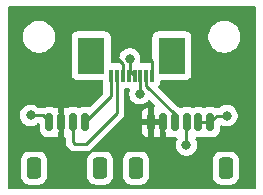
<source format=gbr>
%TF.GenerationSoftware,KiCad,Pcbnew,9.0.4*%
%TF.CreationDate,2025-11-17T08:26:59+00:00*%
%TF.ProjectId,MRF-Pro-v7-breakout-33,4d52462d-5072-46f2-9d76-372d62726561,rev?*%
%TF.SameCoordinates,Original*%
%TF.FileFunction,Copper,L1,Top*%
%TF.FilePolarity,Positive*%
%FSLAX46Y46*%
G04 Gerber Fmt 4.6, Leading zero omitted, Abs format (unit mm)*
G04 Created by KiCad (PCBNEW 9.0.4) date 2025-11-17 08:26:59*
%MOMM*%
%LPD*%
G01*
G04 APERTURE LIST*
G04 Aperture macros list*
%AMRoundRect*
0 Rectangle with rounded corners*
0 $1 Rounding radius*
0 $2 $3 $4 $5 $6 $7 $8 $9 X,Y pos of 4 corners*
0 Add a 4 corners polygon primitive as box body*
4,1,4,$2,$3,$4,$5,$6,$7,$8,$9,$2,$3,0*
0 Add four circle primitives for the rounded corners*
1,1,$1+$1,$2,$3*
1,1,$1+$1,$4,$5*
1,1,$1+$1,$6,$7*
1,1,$1+$1,$8,$9*
0 Add four rect primitives between the rounded corners*
20,1,$1+$1,$2,$3,$4,$5,0*
20,1,$1+$1,$4,$5,$6,$7,0*
20,1,$1+$1,$6,$7,$8,$9,0*
20,1,$1+$1,$8,$9,$2,$3,0*%
G04 Aperture macros list end*
%TA.AperFunction,SMDPad,CuDef*%
%ADD10R,0.300000X1.100000*%
%TD*%
%TA.AperFunction,SMDPad,CuDef*%
%ADD11R,2.300000X3.100000*%
%TD*%
%TA.AperFunction,SMDPad,CuDef*%
%ADD12RoundRect,0.150000X-0.150000X-0.625000X0.150000X-0.625000X0.150000X0.625000X-0.150000X0.625000X0*%
%TD*%
%TA.AperFunction,SMDPad,CuDef*%
%ADD13RoundRect,0.250000X-0.350000X-0.650000X0.350000X-0.650000X0.350000X0.650000X-0.350000X0.650000X0*%
%TD*%
%TA.AperFunction,ViaPad*%
%ADD14C,0.800000*%
%TD*%
%TA.AperFunction,Conductor*%
%ADD15C,0.250000*%
%TD*%
G04 APERTURE END LIST*
D10*
%TO.P,J5,1,Pin_1*%
%TO.N,/3.3V*%
X129553800Y-128776200D03*
%TO.P,J5,2,Pin_2*%
%TO.N,Net-(J5-Pin_2)*%
X129053800Y-128776200D03*
%TO.P,J5,3,Pin_3*%
%TO.N,Net-(J5-Pin_3)*%
X128553800Y-128776200D03*
%TO.P,J5,4,Pin_4*%
%TO.N,/GND*%
X128053800Y-128776200D03*
%TO.P,J5,5,Pin_5*%
X127553800Y-128776200D03*
%TO.P,J5,6,Pin_6*%
%TO.N,/3.3V*%
X127053800Y-128776200D03*
%TO.P,J5,7,Pin_7*%
%TO.N,Net-(J5-Pin_7)*%
X126553800Y-128776200D03*
%TO.P,J5,8,Pin_8*%
%TO.N,Net-(J5-Pin_8)*%
X126053800Y-128776200D03*
D11*
%TO.P,J5,MP*%
%TO.N,N/C*%
X131223800Y-127076200D03*
X124383800Y-127076200D03*
%TD*%
D12*
%TO.P,J6,1,Pin_1*%
%TO.N,/GND*%
X120853200Y-132715000D03*
%TO.P,J6,2,Pin_2*%
%TO.N,/3.3V*%
X121853200Y-132715000D03*
%TO.P,J6,3,Pin_3*%
%TO.N,Net-(J5-Pin_7)*%
X122853200Y-132715000D03*
%TO.P,J6,4,Pin_4*%
%TO.N,Net-(J5-Pin_8)*%
X123853200Y-132715000D03*
D13*
%TO.P,J6,MP*%
%TO.N,N/C*%
X119553200Y-136590000D03*
X125153200Y-136590000D03*
%TD*%
D12*
%TO.P,J7,1,Pin_1*%
%TO.N,/3.3V*%
X129470400Y-132715000D03*
%TO.P,J7,2,Pin_2*%
X130470400Y-132715000D03*
%TO.P,J7,3,Pin_3*%
%TO.N,Net-(J5-Pin_2)*%
X131470400Y-132715000D03*
%TO.P,J7,4,Pin_4*%
%TO.N,Net-(J5-Pin_3)*%
X132470400Y-132715000D03*
%TO.P,J7,5,Pin_5*%
%TO.N,/GND*%
X133470400Y-132715000D03*
%TO.P,J7,6,Pin_6*%
X134470400Y-132715000D03*
D13*
%TO.P,J7,MP*%
%TO.N,N/C*%
X128170400Y-136590000D03*
X135770400Y-136590000D03*
%TD*%
D14*
%TO.N,/GND*%
X135890000Y-132156200D03*
X119253000Y-132130800D03*
X127650000Y-127350000D03*
%TO.N,Net-(J5-Pin_3)*%
X128500000Y-130300000D03*
X132450000Y-134650000D03*
%TD*%
D15*
%TO.N,/GND*%
X133470400Y-133161751D02*
X133470400Y-132750000D01*
X133470400Y-132750000D02*
X133470400Y-132715000D01*
X120269000Y-132130800D02*
X120853200Y-132715000D01*
X133470400Y-132715000D02*
X134470400Y-132715000D01*
X135029200Y-132156200D02*
X134470400Y-132715000D01*
X135890000Y-132156200D02*
X135029200Y-132156200D01*
X127650000Y-128372400D02*
X128053800Y-128776200D01*
X119253000Y-132130800D02*
X120269000Y-132130800D01*
X127650000Y-127350000D02*
X127650000Y-128372400D01*
%TO.N,Net-(J5-Pin_2)*%
X131470400Y-132042800D02*
X131470400Y-132715000D01*
X129053800Y-128776200D02*
X129053800Y-129626200D01*
X129053800Y-129626200D02*
X131470400Y-132042800D01*
%TO.N,/3.3V*%
X129553800Y-128776200D02*
X129553800Y-127528800D01*
X127053800Y-128776200D02*
X127053800Y-127780520D01*
X127053800Y-127780520D02*
X126500000Y-127226720D01*
X129362200Y-132606800D02*
X129470400Y-132715000D01*
X126500000Y-127226720D02*
X126500000Y-127050000D01*
X129553800Y-127528800D02*
X129300000Y-127275000D01*
X121793000Y-132775200D02*
X121853200Y-132715000D01*
%TO.N,Net-(J5-Pin_3)*%
X132450000Y-132735400D02*
X132470400Y-132715000D01*
X132470400Y-133161751D02*
X132470400Y-132715000D01*
X132450000Y-134650000D02*
X132450000Y-132735400D01*
X128553800Y-130246200D02*
X128553800Y-128776200D01*
X128500000Y-130300000D02*
X128553800Y-130246200D01*
%TO.N,Net-(J5-Pin_7)*%
X123977400Y-134518400D02*
X122986800Y-134518400D01*
X126553800Y-128776200D02*
X126553800Y-131942000D01*
X122885200Y-132747000D02*
X122853200Y-132715000D01*
X122885200Y-134416800D02*
X122885200Y-132747000D01*
X122986800Y-134518400D02*
X122885200Y-134416800D01*
X126553800Y-131942000D02*
X123977400Y-134518400D01*
%TO.N,Net-(J5-Pin_8)*%
X126053800Y-130514400D02*
X123853200Y-132715000D01*
X126053800Y-128776200D02*
X126053800Y-130514400D01*
%TD*%
%TA.AperFunction,Conductor*%
%TO.N,/3.3V*%
G36*
X138270939Y-122905385D02*
G01*
X138316694Y-122958189D01*
X138327900Y-123009700D01*
X138327900Y-138229300D01*
X138308215Y-138296339D01*
X138255411Y-138342094D01*
X138203900Y-138353300D01*
X117447100Y-138353300D01*
X117380061Y-138333615D01*
X117334306Y-138280811D01*
X117323100Y-138229300D01*
X117323100Y-135889983D01*
X118452700Y-135889983D01*
X118452700Y-137290001D01*
X118452701Y-137290018D01*
X118463200Y-137392796D01*
X118463201Y-137392799D01*
X118518385Y-137559331D01*
X118518386Y-137559334D01*
X118610488Y-137708656D01*
X118734544Y-137832712D01*
X118883866Y-137924814D01*
X119050403Y-137979999D01*
X119153191Y-137990500D01*
X119953208Y-137990499D01*
X119953216Y-137990498D01*
X119953219Y-137990498D01*
X120009502Y-137984748D01*
X120055997Y-137979999D01*
X120222534Y-137924814D01*
X120371856Y-137832712D01*
X120495912Y-137708656D01*
X120588014Y-137559334D01*
X120643199Y-137392797D01*
X120653700Y-137290009D01*
X120653699Y-135889992D01*
X120653698Y-135889983D01*
X124052700Y-135889983D01*
X124052700Y-137290001D01*
X124052701Y-137290018D01*
X124063200Y-137392796D01*
X124063201Y-137392799D01*
X124118385Y-137559331D01*
X124118386Y-137559334D01*
X124210488Y-137708656D01*
X124334544Y-137832712D01*
X124483866Y-137924814D01*
X124650403Y-137979999D01*
X124753191Y-137990500D01*
X125553208Y-137990499D01*
X125553216Y-137990498D01*
X125553219Y-137990498D01*
X125609502Y-137984748D01*
X125655997Y-137979999D01*
X125822534Y-137924814D01*
X125971856Y-137832712D01*
X126095912Y-137708656D01*
X126188014Y-137559334D01*
X126243199Y-137392797D01*
X126253700Y-137290009D01*
X126253699Y-135889992D01*
X126253698Y-135889983D01*
X127069900Y-135889983D01*
X127069900Y-137290001D01*
X127069901Y-137290018D01*
X127080400Y-137392796D01*
X127080401Y-137392799D01*
X127135585Y-137559331D01*
X127135586Y-137559334D01*
X127227688Y-137708656D01*
X127351744Y-137832712D01*
X127501066Y-137924814D01*
X127667603Y-137979999D01*
X127770391Y-137990500D01*
X128570408Y-137990499D01*
X128570416Y-137990498D01*
X128570419Y-137990498D01*
X128626702Y-137984748D01*
X128673197Y-137979999D01*
X128839734Y-137924814D01*
X128989056Y-137832712D01*
X129113112Y-137708656D01*
X129205214Y-137559334D01*
X129260399Y-137392797D01*
X129270900Y-137290009D01*
X129270899Y-135889992D01*
X129270898Y-135889983D01*
X134669900Y-135889983D01*
X134669900Y-137290001D01*
X134669901Y-137290018D01*
X134680400Y-137392796D01*
X134680401Y-137392799D01*
X134735585Y-137559331D01*
X134735586Y-137559334D01*
X134827688Y-137708656D01*
X134951744Y-137832712D01*
X135101066Y-137924814D01*
X135267603Y-137979999D01*
X135370391Y-137990500D01*
X136170408Y-137990499D01*
X136170416Y-137990498D01*
X136170419Y-137990498D01*
X136226702Y-137984748D01*
X136273197Y-137979999D01*
X136439734Y-137924814D01*
X136589056Y-137832712D01*
X136713112Y-137708656D01*
X136805214Y-137559334D01*
X136860399Y-137392797D01*
X136870900Y-137290009D01*
X136870899Y-135889992D01*
X136860399Y-135787203D01*
X136805214Y-135620666D01*
X136713112Y-135471344D01*
X136589056Y-135347288D01*
X136439734Y-135255186D01*
X136273197Y-135200001D01*
X136273195Y-135200000D01*
X136170410Y-135189500D01*
X135370398Y-135189500D01*
X135370380Y-135189501D01*
X135267603Y-135200000D01*
X135267600Y-135200001D01*
X135101068Y-135255185D01*
X135101063Y-135255187D01*
X134951742Y-135347289D01*
X134827689Y-135471342D01*
X134735587Y-135620663D01*
X134735586Y-135620666D01*
X134680401Y-135787203D01*
X134680401Y-135787204D01*
X134680400Y-135787204D01*
X134669900Y-135889983D01*
X129270898Y-135889983D01*
X129260399Y-135787203D01*
X129205214Y-135620666D01*
X129113112Y-135471344D01*
X128989056Y-135347288D01*
X128839734Y-135255186D01*
X128673197Y-135200001D01*
X128673195Y-135200000D01*
X128570410Y-135189500D01*
X127770398Y-135189500D01*
X127770380Y-135189501D01*
X127667603Y-135200000D01*
X127667600Y-135200001D01*
X127501068Y-135255185D01*
X127501063Y-135255187D01*
X127351742Y-135347289D01*
X127227689Y-135471342D01*
X127135587Y-135620663D01*
X127135586Y-135620666D01*
X127080401Y-135787203D01*
X127080401Y-135787204D01*
X127080400Y-135787204D01*
X127069900Y-135889983D01*
X126253698Y-135889983D01*
X126243199Y-135787203D01*
X126188014Y-135620666D01*
X126095912Y-135471344D01*
X125971856Y-135347288D01*
X125822534Y-135255186D01*
X125655997Y-135200001D01*
X125655995Y-135200000D01*
X125553210Y-135189500D01*
X124753198Y-135189500D01*
X124753180Y-135189501D01*
X124650403Y-135200000D01*
X124650400Y-135200001D01*
X124483868Y-135255185D01*
X124483863Y-135255187D01*
X124334542Y-135347289D01*
X124210489Y-135471342D01*
X124118387Y-135620663D01*
X124118386Y-135620666D01*
X124063201Y-135787203D01*
X124063201Y-135787204D01*
X124063200Y-135787204D01*
X124052700Y-135889983D01*
X120653698Y-135889983D01*
X120643199Y-135787203D01*
X120588014Y-135620666D01*
X120495912Y-135471344D01*
X120371856Y-135347288D01*
X120222534Y-135255186D01*
X120055997Y-135200001D01*
X120055995Y-135200000D01*
X119953210Y-135189500D01*
X119153198Y-135189500D01*
X119153180Y-135189501D01*
X119050403Y-135200000D01*
X119050400Y-135200001D01*
X118883868Y-135255185D01*
X118883863Y-135255187D01*
X118734542Y-135347289D01*
X118610489Y-135471342D01*
X118518387Y-135620663D01*
X118518386Y-135620666D01*
X118463201Y-135787203D01*
X118463201Y-135787204D01*
X118463200Y-135787204D01*
X118452700Y-135889983D01*
X117323100Y-135889983D01*
X117323100Y-132042104D01*
X118352500Y-132042104D01*
X118352500Y-132219495D01*
X118387103Y-132393458D01*
X118387106Y-132393467D01*
X118454983Y-132557340D01*
X118454990Y-132557353D01*
X118553535Y-132704834D01*
X118553538Y-132704838D01*
X118678961Y-132830261D01*
X118678965Y-132830264D01*
X118826446Y-132928809D01*
X118826459Y-132928816D01*
X118895734Y-132957510D01*
X118990334Y-132996694D01*
X118990336Y-132996694D01*
X118990341Y-132996696D01*
X119164304Y-133031299D01*
X119164307Y-133031300D01*
X119164309Y-133031300D01*
X119341693Y-133031300D01*
X119341694Y-133031299D01*
X119399682Y-133019764D01*
X119515658Y-132996696D01*
X119515661Y-132996694D01*
X119515666Y-132996694D01*
X119679547Y-132928813D01*
X119827035Y-132830264D01*
X119841018Y-132816280D01*
X119902339Y-132782796D01*
X119972030Y-132787778D01*
X120027965Y-132829648D01*
X120052384Y-132895112D01*
X120052700Y-132903961D01*
X120052700Y-133405701D01*
X120055601Y-133442567D01*
X120055602Y-133442573D01*
X120101454Y-133600393D01*
X120101455Y-133600396D01*
X120185117Y-133741862D01*
X120185123Y-133741870D01*
X120301329Y-133858076D01*
X120301333Y-133858079D01*
X120301335Y-133858081D01*
X120442802Y-133941744D01*
X120458298Y-133946246D01*
X120600626Y-133987597D01*
X120600629Y-133987597D01*
X120600631Y-133987598D01*
X120637506Y-133990500D01*
X120637514Y-133990500D01*
X121068886Y-133990500D01*
X121068894Y-133990500D01*
X121105769Y-133987598D01*
X121105771Y-133987597D01*
X121105773Y-133987597D01*
X121147391Y-133975505D01*
X121263598Y-133941744D01*
X121290568Y-133925793D01*
X121358291Y-133908610D01*
X121416810Y-133925792D01*
X121443003Y-133941282D01*
X121443006Y-133941283D01*
X121600705Y-133987099D01*
X121600711Y-133987100D01*
X121603198Y-133987295D01*
X121603200Y-133987295D01*
X121603200Y-133624050D01*
X121608124Y-133589455D01*
X121650797Y-133442573D01*
X121650798Y-133442567D01*
X121653699Y-133405701D01*
X121653700Y-133405694D01*
X121653700Y-132024306D01*
X121653699Y-132024298D01*
X122052700Y-132024298D01*
X122052700Y-133405701D01*
X122055601Y-133442567D01*
X122055602Y-133442573D01*
X122098276Y-133589455D01*
X122103200Y-133624050D01*
X122103200Y-133987295D01*
X122103201Y-133987295D01*
X122105688Y-133987100D01*
X122111920Y-133985962D01*
X122112378Y-133988470D01*
X122170938Y-133988620D01*
X122229620Y-134026544D01*
X122258482Y-134090174D01*
X122259700Y-134107508D01*
X122259700Y-134478411D01*
X122283735Y-134599244D01*
X122283740Y-134599261D01*
X122330885Y-134713080D01*
X122330887Y-134713083D01*
X122330888Y-134713086D01*
X122365115Y-134764309D01*
X122399342Y-134815533D01*
X122486467Y-134902658D01*
X122486470Y-134902660D01*
X122493754Y-134909944D01*
X122497816Y-134914006D01*
X122497845Y-134914037D01*
X122588064Y-135004256D01*
X122588067Y-135004258D01*
X122639290Y-135038484D01*
X122690514Y-135072712D01*
X122771007Y-135106052D01*
X122804348Y-135119863D01*
X122864771Y-135131881D01*
X122925193Y-135143900D01*
X124039007Y-135143900D01*
X124099429Y-135131881D01*
X124159852Y-135119863D01*
X124193192Y-135106052D01*
X124273686Y-135072712D01*
X124324909Y-135038484D01*
X124330721Y-135034601D01*
X124337671Y-135029956D01*
X124376133Y-135004258D01*
X124463258Y-134917133D01*
X124463259Y-134917131D01*
X124470325Y-134910065D01*
X124470328Y-134910061D01*
X125974740Y-133405649D01*
X128670400Y-133405649D01*
X128673299Y-133442489D01*
X128673300Y-133442495D01*
X128719116Y-133600193D01*
X128719117Y-133600196D01*
X128802714Y-133741552D01*
X128802721Y-133741561D01*
X128918838Y-133857678D01*
X128918847Y-133857685D01*
X129060201Y-133941281D01*
X129217914Y-133987100D01*
X129217911Y-133987100D01*
X129220398Y-133987295D01*
X129220400Y-133987295D01*
X129720400Y-133987295D01*
X129720401Y-133987295D01*
X129722886Y-133987100D01*
X129880597Y-133941281D01*
X129907277Y-133925503D01*
X129975001Y-133908319D01*
X130033523Y-133925503D01*
X130060202Y-133941281D01*
X130217914Y-133987100D01*
X130217911Y-133987100D01*
X130220398Y-133987295D01*
X130220400Y-133987295D01*
X130220400Y-132965000D01*
X129720400Y-132965000D01*
X129720400Y-133987295D01*
X129220400Y-133987295D01*
X129220400Y-132965000D01*
X128670400Y-132965000D01*
X128670400Y-133405649D01*
X125974740Y-133405649D01*
X126952529Y-132427860D01*
X126952533Y-132427858D01*
X127039658Y-132340733D01*
X127108111Y-132238286D01*
X127108112Y-132238285D01*
X127140253Y-132160688D01*
X127155263Y-132124452D01*
X127175174Y-132024350D01*
X128670400Y-132024350D01*
X128670400Y-132465000D01*
X129220400Y-132465000D01*
X129220400Y-131442703D01*
X129217903Y-131442900D01*
X129060206Y-131488716D01*
X129060203Y-131488717D01*
X128918847Y-131572314D01*
X128918838Y-131572321D01*
X128802721Y-131688438D01*
X128802714Y-131688447D01*
X128719117Y-131829803D01*
X128719116Y-131829806D01*
X128673300Y-131987504D01*
X128673299Y-131987510D01*
X128670400Y-132024350D01*
X127175174Y-132024350D01*
X127179300Y-132003606D01*
X127179300Y-129945755D01*
X127182222Y-129935800D01*
X127180965Y-129925502D01*
X127191899Y-129902847D01*
X127198985Y-129878716D01*
X127206824Y-129871922D01*
X127211335Y-129862578D01*
X127232781Y-129849430D01*
X127251789Y-129832961D01*
X127263639Y-129830514D01*
X127270903Y-129826062D01*
X127294033Y-129824240D01*
X127305936Y-129821783D01*
X127311244Y-129821895D01*
X127355927Y-129826700D01*
X127537117Y-129826699D01*
X127538410Y-129826727D01*
X127570490Y-129836892D01*
X127602813Y-129846383D01*
X127603711Y-129847419D01*
X127605016Y-129847833D01*
X127626512Y-129873733D01*
X127648568Y-129899187D01*
X127648762Y-129900542D01*
X127649638Y-129901597D01*
X127653720Y-129935018D01*
X127658512Y-129968345D01*
X127658012Y-129970164D01*
X127658109Y-129970952D01*
X127657385Y-129972450D01*
X127650336Y-129998149D01*
X127634106Y-130037332D01*
X127634103Y-130037341D01*
X127599500Y-130211304D01*
X127599500Y-130388695D01*
X127634103Y-130562658D01*
X127634106Y-130562667D01*
X127701983Y-130726540D01*
X127701990Y-130726553D01*
X127800535Y-130874034D01*
X127800538Y-130874038D01*
X127925961Y-130999461D01*
X127925965Y-130999464D01*
X128073446Y-131098009D01*
X128073459Y-131098016D01*
X128196363Y-131148923D01*
X128237334Y-131165894D01*
X128237336Y-131165894D01*
X128237341Y-131165896D01*
X128411304Y-131200499D01*
X128411307Y-131200500D01*
X128411309Y-131200500D01*
X128588693Y-131200500D01*
X128588694Y-131200499D01*
X128646682Y-131188964D01*
X128762658Y-131165896D01*
X128762661Y-131165894D01*
X128762666Y-131165894D01*
X128926547Y-131098013D01*
X129074035Y-130999464D01*
X129199464Y-130874035D01*
X129202669Y-130869237D01*
X129256278Y-130824432D01*
X129325603Y-130815722D01*
X129388632Y-130845874D01*
X129393454Y-130850445D01*
X129770687Y-131227678D01*
X129804172Y-131289000D01*
X129799188Y-131358691D01*
X129757317Y-131414625D01*
X129746366Y-131418709D01*
X129720400Y-131442703D01*
X129720400Y-132465000D01*
X130346400Y-132465000D01*
X130413439Y-132484685D01*
X130459194Y-132537489D01*
X130470400Y-132589000D01*
X130470400Y-132715000D01*
X130545900Y-132715000D01*
X130612939Y-132734685D01*
X130658694Y-132787489D01*
X130669900Y-132839000D01*
X130669900Y-133405701D01*
X130672801Y-133442567D01*
X130672802Y-133442573D01*
X130715476Y-133589455D01*
X130720400Y-133624050D01*
X130720400Y-133987295D01*
X130720401Y-133987295D01*
X130722886Y-133987100D01*
X130880599Y-133941281D01*
X130906786Y-133925794D01*
X130974510Y-133908610D01*
X131033028Y-133925791D01*
X131060002Y-133941744D01*
X131060004Y-133941744D01*
X131060005Y-133941745D01*
X131217826Y-133987597D01*
X131217829Y-133987597D01*
X131217831Y-133987598D01*
X131254706Y-133990500D01*
X131254714Y-133990500D01*
X131575653Y-133990500D01*
X131642692Y-134010185D01*
X131688447Y-134062989D01*
X131698391Y-134132147D01*
X131678755Y-134183391D01*
X131651990Y-134223446D01*
X131651983Y-134223459D01*
X131584106Y-134387332D01*
X131584103Y-134387341D01*
X131549500Y-134561304D01*
X131549500Y-134738695D01*
X131584103Y-134912658D01*
X131584106Y-134912667D01*
X131651983Y-135076540D01*
X131651990Y-135076553D01*
X131750535Y-135224034D01*
X131750538Y-135224038D01*
X131875961Y-135349461D01*
X131875965Y-135349464D01*
X132023446Y-135448009D01*
X132023459Y-135448016D01*
X132146363Y-135498923D01*
X132187334Y-135515894D01*
X132187336Y-135515894D01*
X132187341Y-135515896D01*
X132361304Y-135550499D01*
X132361307Y-135550500D01*
X132361309Y-135550500D01*
X132538693Y-135550500D01*
X132538694Y-135550499D01*
X132596682Y-135538964D01*
X132712658Y-135515896D01*
X132712661Y-135515894D01*
X132712666Y-135515894D01*
X132876547Y-135448013D01*
X133024035Y-135349464D01*
X133149464Y-135224035D01*
X133248013Y-135076547D01*
X133249602Y-135072712D01*
X133277956Y-135004257D01*
X133315894Y-134912666D01*
X133316412Y-134910065D01*
X133345404Y-134764309D01*
X133350500Y-134738691D01*
X133350500Y-134561309D01*
X133350500Y-134561306D01*
X133350499Y-134561304D01*
X133315896Y-134387341D01*
X133315893Y-134387332D01*
X133248016Y-134223459D01*
X133248009Y-134223446D01*
X133221245Y-134183391D01*
X133200367Y-134116713D01*
X133218851Y-134049333D01*
X133270830Y-134002643D01*
X133324347Y-133990500D01*
X133686086Y-133990500D01*
X133686094Y-133990500D01*
X133722969Y-133987598D01*
X133722971Y-133987597D01*
X133722973Y-133987597D01*
X133764591Y-133975505D01*
X133880798Y-133941744D01*
X133890613Y-133935939D01*
X133907278Y-133926084D01*
X133975001Y-133908900D01*
X134033522Y-133926084D01*
X134059998Y-133941742D01*
X134059999Y-133941742D01*
X134060002Y-133941744D01*
X134075498Y-133946246D01*
X134217826Y-133987597D01*
X134217829Y-133987597D01*
X134217831Y-133987598D01*
X134254706Y-133990500D01*
X134254714Y-133990500D01*
X134686086Y-133990500D01*
X134686094Y-133990500D01*
X134722969Y-133987598D01*
X134722971Y-133987597D01*
X134722973Y-133987597D01*
X134764591Y-133975505D01*
X134880798Y-133941744D01*
X135022265Y-133858081D01*
X135138481Y-133741865D01*
X135222144Y-133600398D01*
X135267998Y-133442569D01*
X135270900Y-133405694D01*
X135270900Y-133057541D01*
X135290585Y-132990502D01*
X135343389Y-132944747D01*
X135412547Y-132934803D01*
X135457673Y-132952096D01*
X135458078Y-132951340D01*
X135463459Y-132954216D01*
X135551063Y-132990502D01*
X135627334Y-133022094D01*
X135627336Y-133022094D01*
X135627341Y-133022096D01*
X135801304Y-133056699D01*
X135801307Y-133056700D01*
X135801309Y-133056700D01*
X135978693Y-133056700D01*
X135978694Y-133056699D01*
X136036682Y-133045164D01*
X136152658Y-133022096D01*
X136152661Y-133022094D01*
X136152666Y-133022094D01*
X136316547Y-132954213D01*
X136464035Y-132855664D01*
X136589464Y-132730235D01*
X136688013Y-132582747D01*
X136755894Y-132418866D01*
X136760947Y-132393467D01*
X136778964Y-132302882D01*
X136790500Y-132244891D01*
X136790500Y-132067509D01*
X136790500Y-132067506D01*
X136790499Y-132067504D01*
X136755896Y-131893541D01*
X136755893Y-131893532D01*
X136688016Y-131729659D01*
X136688009Y-131729646D01*
X136589464Y-131582165D01*
X136589461Y-131582161D01*
X136464038Y-131456738D01*
X136464034Y-131456735D01*
X136316553Y-131358190D01*
X136316540Y-131358183D01*
X136152667Y-131290306D01*
X136152658Y-131290303D01*
X135978694Y-131255700D01*
X135978691Y-131255700D01*
X135801309Y-131255700D01*
X135801306Y-131255700D01*
X135627341Y-131290303D01*
X135627332Y-131290306D01*
X135463459Y-131358183D01*
X135463446Y-131358190D01*
X135315965Y-131456735D01*
X135315961Y-131456738D01*
X135278321Y-131494380D01*
X135251390Y-131509085D01*
X135225574Y-131525677D01*
X135219375Y-131526568D01*
X135216999Y-131527866D01*
X135190639Y-131530700D01*
X135096941Y-131530700D01*
X135096921Y-131530699D01*
X135090807Y-131530699D01*
X134986489Y-131530699D01*
X134923369Y-131513432D01*
X134880799Y-131488256D01*
X134880792Y-131488254D01*
X134722973Y-131442402D01*
X134722967Y-131442401D01*
X134686101Y-131439500D01*
X134686094Y-131439500D01*
X134254706Y-131439500D01*
X134254698Y-131439500D01*
X134217832Y-131442401D01*
X134217826Y-131442402D01*
X134060006Y-131488253D01*
X134033519Y-131503918D01*
X133965794Y-131521098D01*
X133907281Y-131503918D01*
X133880793Y-131488253D01*
X133722973Y-131442402D01*
X133722967Y-131442401D01*
X133686101Y-131439500D01*
X133686094Y-131439500D01*
X133254706Y-131439500D01*
X133254698Y-131439500D01*
X133217832Y-131442401D01*
X133217826Y-131442402D01*
X133060006Y-131488253D01*
X133033519Y-131503918D01*
X132965794Y-131521098D01*
X132907281Y-131503918D01*
X132880793Y-131488253D01*
X132722973Y-131442402D01*
X132722967Y-131442401D01*
X132686101Y-131439500D01*
X132686094Y-131439500D01*
X132254706Y-131439500D01*
X132254698Y-131439500D01*
X132217832Y-131442401D01*
X132217826Y-131442402D01*
X132060006Y-131488253D01*
X132033519Y-131503918D01*
X131965794Y-131521098D01*
X131926571Y-131513180D01*
X131916522Y-131509383D01*
X131880798Y-131488256D01*
X131793433Y-131462874D01*
X131788881Y-131461154D01*
X131774352Y-131450180D01*
X131745029Y-131432839D01*
X130108963Y-129796772D01*
X130075478Y-129735449D01*
X130080462Y-129665757D01*
X130097378Y-129634779D01*
X130147152Y-129568289D01*
X130147154Y-129568286D01*
X130197396Y-129433579D01*
X130197398Y-129433572D01*
X130203799Y-129374044D01*
X130203800Y-129374027D01*
X130203800Y-129250699D01*
X130223485Y-129183660D01*
X130276289Y-129137905D01*
X130327795Y-129126699D01*
X132421672Y-129126699D01*
X132481283Y-129120291D01*
X132616131Y-129069996D01*
X132731346Y-128983746D01*
X132817596Y-128868531D01*
X132867891Y-128733683D01*
X132874300Y-128674073D01*
X132874299Y-125478328D01*
X132867891Y-125418717D01*
X132849614Y-125369713D01*
X134310900Y-125369713D01*
X134310900Y-125582286D01*
X134344153Y-125792239D01*
X134409844Y-125994414D01*
X134506351Y-126183820D01*
X134631290Y-126355786D01*
X134781613Y-126506109D01*
X134953579Y-126631048D01*
X134953581Y-126631049D01*
X134953584Y-126631051D01*
X135142988Y-126727557D01*
X135345157Y-126793246D01*
X135555113Y-126826500D01*
X135555114Y-126826500D01*
X135767686Y-126826500D01*
X135767687Y-126826500D01*
X135977643Y-126793246D01*
X136179812Y-126727557D01*
X136369216Y-126631051D01*
X136478035Y-126551990D01*
X136541186Y-126506109D01*
X136541188Y-126506106D01*
X136541192Y-126506104D01*
X136691504Y-126355792D01*
X136691506Y-126355788D01*
X136691509Y-126355786D01*
X136816448Y-126183820D01*
X136816447Y-126183820D01*
X136816451Y-126183816D01*
X136912957Y-125994412D01*
X136978646Y-125792243D01*
X137011900Y-125582287D01*
X137011900Y-125369713D01*
X136978646Y-125159757D01*
X136912957Y-124957588D01*
X136816451Y-124768184D01*
X136816449Y-124768181D01*
X136816448Y-124768179D01*
X136691509Y-124596213D01*
X136541186Y-124445890D01*
X136369220Y-124320951D01*
X136179814Y-124224444D01*
X136179813Y-124224443D01*
X136179812Y-124224443D01*
X135977643Y-124158754D01*
X135977641Y-124158753D01*
X135977640Y-124158753D01*
X135816357Y-124133208D01*
X135767687Y-124125500D01*
X135555113Y-124125500D01*
X135506442Y-124133208D01*
X135345160Y-124158753D01*
X135142985Y-124224444D01*
X134953579Y-124320951D01*
X134781613Y-124445890D01*
X134631290Y-124596213D01*
X134506351Y-124768179D01*
X134409844Y-124957585D01*
X134344153Y-125159760D01*
X134310900Y-125369713D01*
X132849614Y-125369713D01*
X132817596Y-125283869D01*
X132817595Y-125283868D01*
X132817593Y-125283864D01*
X132731347Y-125168655D01*
X132731344Y-125168652D01*
X132616135Y-125082406D01*
X132616128Y-125082402D01*
X132481282Y-125032108D01*
X132481283Y-125032108D01*
X132421683Y-125025701D01*
X132421681Y-125025700D01*
X132421673Y-125025700D01*
X132421664Y-125025700D01*
X130025929Y-125025700D01*
X130025923Y-125025701D01*
X129966316Y-125032108D01*
X129831471Y-125082402D01*
X129831464Y-125082406D01*
X129716255Y-125168652D01*
X129716252Y-125168655D01*
X129630006Y-125283864D01*
X129630002Y-125283871D01*
X129579708Y-125418717D01*
X129573301Y-125478316D01*
X129573301Y-125478323D01*
X129573300Y-125478335D01*
X129573300Y-127602200D01*
X129571320Y-127608942D01*
X129572545Y-127615861D01*
X129561604Y-127642030D01*
X129553615Y-127669239D01*
X129548306Y-127673839D01*
X129545595Y-127680324D01*
X129522237Y-127696427D01*
X129500811Y-127714994D01*
X129492470Y-127716950D01*
X129488072Y-127719983D01*
X129461121Y-127724304D01*
X129453318Y-127726135D01*
X129310164Y-127730776D01*
X129307671Y-127730131D01*
X129292892Y-127730131D01*
X129251673Y-127725700D01*
X128855930Y-127725700D01*
X128855919Y-127725701D01*
X128817053Y-127729879D01*
X128799998Y-127730531D01*
X128795255Y-127730385D01*
X128751673Y-127725700D01*
X128642591Y-127725700D01*
X128640701Y-127725642D01*
X128609215Y-127715337D01*
X128577466Y-127706015D01*
X128576174Y-127704524D01*
X128574297Y-127703910D01*
X128553382Y-127678221D01*
X128531711Y-127653211D01*
X128531430Y-127651257D01*
X128530184Y-127649727D01*
X128526479Y-127616825D01*
X128521767Y-127584053D01*
X128522383Y-127580453D01*
X128522366Y-127580296D01*
X128522434Y-127580157D01*
X128522888Y-127577509D01*
X128550499Y-127438695D01*
X128550500Y-127438693D01*
X128550500Y-127261306D01*
X128550499Y-127261304D01*
X128515896Y-127087341D01*
X128515893Y-127087332D01*
X128448016Y-126923459D01*
X128448009Y-126923446D01*
X128349464Y-126775965D01*
X128349461Y-126775961D01*
X128224038Y-126650538D01*
X128224034Y-126650535D01*
X128076553Y-126551990D01*
X128076540Y-126551983D01*
X127912667Y-126484106D01*
X127912658Y-126484103D01*
X127738694Y-126449500D01*
X127738691Y-126449500D01*
X127561309Y-126449500D01*
X127561306Y-126449500D01*
X127387341Y-126484103D01*
X127387332Y-126484106D01*
X127223459Y-126551983D01*
X127223446Y-126551990D01*
X127075965Y-126650535D01*
X127075961Y-126650538D01*
X126950538Y-126775961D01*
X126950535Y-126775965D01*
X126851990Y-126923446D01*
X126851983Y-126923459D01*
X126784106Y-127087332D01*
X126784103Y-127087341D01*
X126749500Y-127261304D01*
X126749500Y-127438695D01*
X126777112Y-127577509D01*
X126770885Y-127647100D01*
X126728022Y-127702278D01*
X126662132Y-127725522D01*
X126655495Y-127725700D01*
X126355931Y-127725700D01*
X126355919Y-127725701D01*
X126317053Y-127729879D01*
X126299638Y-127730519D01*
X126295070Y-127730365D01*
X126251673Y-127725700D01*
X126156218Y-127725700D01*
X126154135Y-127725630D01*
X126122857Y-127715293D01*
X126091260Y-127706015D01*
X126089846Y-127704383D01*
X126087794Y-127703705D01*
X126067056Y-127678082D01*
X126045505Y-127653211D01*
X126044982Y-127650809D01*
X126043838Y-127649395D01*
X126042987Y-127641639D01*
X126034299Y-127601700D01*
X126034299Y-125478329D01*
X126034298Y-125478323D01*
X126034297Y-125478316D01*
X126027891Y-125418717D01*
X125977596Y-125283869D01*
X125977595Y-125283868D01*
X125977593Y-125283864D01*
X125891347Y-125168655D01*
X125891344Y-125168652D01*
X125776135Y-125082406D01*
X125776128Y-125082402D01*
X125641282Y-125032108D01*
X125641283Y-125032108D01*
X125581683Y-125025701D01*
X125581681Y-125025700D01*
X125581673Y-125025700D01*
X125581664Y-125025700D01*
X123185929Y-125025700D01*
X123185923Y-125025701D01*
X123126316Y-125032108D01*
X122991471Y-125082402D01*
X122991464Y-125082406D01*
X122876255Y-125168652D01*
X122876252Y-125168655D01*
X122790006Y-125283864D01*
X122790002Y-125283871D01*
X122739708Y-125418717D01*
X122733301Y-125478316D01*
X122733301Y-125478323D01*
X122733300Y-125478335D01*
X122733300Y-128674070D01*
X122733301Y-128674076D01*
X122739708Y-128733683D01*
X122790002Y-128868528D01*
X122790006Y-128868535D01*
X122876252Y-128983744D01*
X122876255Y-128983747D01*
X122991464Y-129069993D01*
X122991471Y-129069997D01*
X123126317Y-129120291D01*
X123126316Y-129120291D01*
X123133244Y-129121035D01*
X123185927Y-129126700D01*
X125279300Y-129126699D01*
X125346339Y-129146384D01*
X125392094Y-129199187D01*
X125403300Y-129250698D01*
X125403300Y-129374069D01*
X125403301Y-129374076D01*
X125409708Y-129433681D01*
X125420482Y-129462566D01*
X125428300Y-129505900D01*
X125428300Y-130203947D01*
X125408615Y-130270986D01*
X125391981Y-130291628D01*
X124262571Y-131421037D01*
X124201248Y-131454522D01*
X124140297Y-131452433D01*
X124127676Y-131448766D01*
X124105769Y-131442402D01*
X124105766Y-131442401D01*
X124105763Y-131442401D01*
X124068901Y-131439500D01*
X124068894Y-131439500D01*
X123637506Y-131439500D01*
X123637498Y-131439500D01*
X123600632Y-131442401D01*
X123600626Y-131442402D01*
X123442806Y-131488253D01*
X123416319Y-131503918D01*
X123348594Y-131521098D01*
X123290081Y-131503918D01*
X123263593Y-131488253D01*
X123105773Y-131442402D01*
X123105767Y-131442401D01*
X123068901Y-131439500D01*
X123068894Y-131439500D01*
X122637506Y-131439500D01*
X122637498Y-131439500D01*
X122600632Y-131442401D01*
X122600626Y-131442402D01*
X122442805Y-131488254D01*
X122442795Y-131488258D01*
X122415827Y-131504207D01*
X122348102Y-131521388D01*
X122289588Y-131504207D01*
X122263396Y-131488717D01*
X122263393Y-131488716D01*
X122105694Y-131442900D01*
X122105697Y-131442900D01*
X122103200Y-131442703D01*
X122103200Y-131805950D01*
X122098276Y-131840545D01*
X122055602Y-131987426D01*
X122055601Y-131987432D01*
X122052700Y-132024298D01*
X121653699Y-132024298D01*
X121650798Y-131987431D01*
X121650797Y-131987426D01*
X121608124Y-131840545D01*
X121603200Y-131805950D01*
X121603200Y-131442703D01*
X121600704Y-131442900D01*
X121443006Y-131488716D01*
X121442998Y-131488719D01*
X121416808Y-131504208D01*
X121349084Y-131521388D01*
X121290571Y-131504207D01*
X121263598Y-131488256D01*
X121263593Y-131488254D01*
X121105773Y-131442402D01*
X121105767Y-131442401D01*
X121068901Y-131439500D01*
X121068894Y-131439500D01*
X120637506Y-131439500D01*
X120637498Y-131439500D01*
X120600632Y-131442401D01*
X120600626Y-131442402D01*
X120442802Y-131488255D01*
X120442799Y-131488256D01*
X120433800Y-131493578D01*
X120366075Y-131510756D01*
X120346499Y-131508460D01*
X120330610Y-131505300D01*
X120330607Y-131505300D01*
X120330606Y-131505300D01*
X119952361Y-131505300D01*
X119885322Y-131485615D01*
X119864679Y-131468980D01*
X119827038Y-131431338D01*
X119827034Y-131431335D01*
X119679553Y-131332790D01*
X119679540Y-131332783D01*
X119515667Y-131264906D01*
X119515658Y-131264903D01*
X119341694Y-131230300D01*
X119341691Y-131230300D01*
X119164309Y-131230300D01*
X119164306Y-131230300D01*
X118990341Y-131264903D01*
X118990332Y-131264906D01*
X118826459Y-131332783D01*
X118826446Y-131332790D01*
X118678965Y-131431335D01*
X118678961Y-131431338D01*
X118553538Y-131556761D01*
X118553535Y-131556765D01*
X118454990Y-131704246D01*
X118454983Y-131704259D01*
X118387106Y-131868132D01*
X118387103Y-131868141D01*
X118352500Y-132042104D01*
X117323100Y-132042104D01*
X117323100Y-125369713D01*
X118613700Y-125369713D01*
X118613700Y-125582286D01*
X118646953Y-125792239D01*
X118712644Y-125994414D01*
X118809151Y-126183820D01*
X118934090Y-126355786D01*
X119084413Y-126506109D01*
X119256379Y-126631048D01*
X119256381Y-126631049D01*
X119256384Y-126631051D01*
X119445788Y-126727557D01*
X119647957Y-126793246D01*
X119857913Y-126826500D01*
X119857914Y-126826500D01*
X120070486Y-126826500D01*
X120070487Y-126826500D01*
X120280443Y-126793246D01*
X120482612Y-126727557D01*
X120672016Y-126631051D01*
X120780835Y-126551990D01*
X120843986Y-126506109D01*
X120843988Y-126506106D01*
X120843992Y-126506104D01*
X120994304Y-126355792D01*
X120994306Y-126355788D01*
X120994309Y-126355786D01*
X121119248Y-126183820D01*
X121119247Y-126183820D01*
X121119251Y-126183816D01*
X121215757Y-125994412D01*
X121281446Y-125792243D01*
X121314700Y-125582287D01*
X121314700Y-125369713D01*
X121281446Y-125159757D01*
X121215757Y-124957588D01*
X121119251Y-124768184D01*
X121119249Y-124768181D01*
X121119248Y-124768179D01*
X120994309Y-124596213D01*
X120843986Y-124445890D01*
X120672020Y-124320951D01*
X120482614Y-124224444D01*
X120482613Y-124224443D01*
X120482612Y-124224443D01*
X120280443Y-124158754D01*
X120280441Y-124158753D01*
X120280440Y-124158753D01*
X120119157Y-124133208D01*
X120070487Y-124125500D01*
X119857913Y-124125500D01*
X119809242Y-124133208D01*
X119647960Y-124158753D01*
X119445785Y-124224444D01*
X119256379Y-124320951D01*
X119084413Y-124445890D01*
X118934090Y-124596213D01*
X118809151Y-124768179D01*
X118712644Y-124957585D01*
X118646953Y-125159760D01*
X118613700Y-125369713D01*
X117323100Y-125369713D01*
X117323100Y-123009700D01*
X117342785Y-122942661D01*
X117395589Y-122896906D01*
X117447100Y-122885700D01*
X138203900Y-122885700D01*
X138270939Y-122905385D01*
G37*
%TD.AperFunction*%
%TD*%
M02*

</source>
